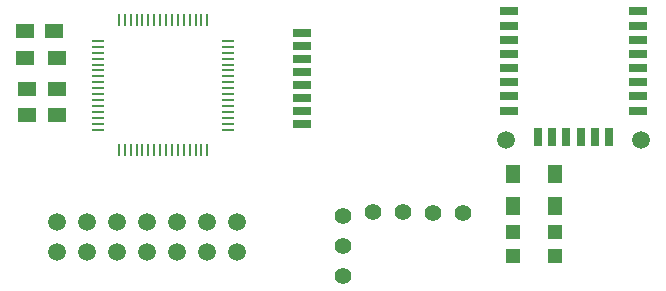
<source format=gts>
G04 #@! TF.FileFunction,Soldermask,Top*
%FSLAX46Y46*%
G04 Gerber Fmt 4.6, Leading zero omitted, Abs format (unit mm)*
G04 Created by KiCad (PCBNEW (2014-11-02 BZR 5250)-product) date 2/2/2015 7:49:39 PM*
%MOMM*%
G01*
G04 APERTURE LIST*
%ADD10C,0.100000*%
%ADD11R,1.500000X1.250000*%
%ADD12R,1.198880X1.198880*%
%ADD13C,1.397000*%
%ADD14R,1.500000X1.300000*%
%ADD15R,1.300000X1.500000*%
%ADD16R,1.000000X0.220000*%
%ADD17R,0.220000X1.000000*%
%ADD18C,1.500000*%
%ADD19R,1.500000X0.800000*%
%ADD20R,0.800000X1.500000*%
%ADD21R,1.500000X0.700000*%
%ADD22C,1.506220*%
G04 APERTURE END LIST*
D10*
D11*
X144023400Y-76250800D03*
X141523400Y-76250800D03*
X144226600Y-83362800D03*
X141726600Y-83362800D03*
X144226600Y-81178400D03*
X141726600Y-81178400D03*
D12*
X182854600Y-95321120D03*
X182854600Y-93223080D03*
X186461400Y-95321120D03*
X186461400Y-93223080D03*
D13*
X168447400Y-96956400D03*
X168447400Y-94416400D03*
X168457400Y-91876400D03*
D14*
X144225000Y-78486000D03*
X141525000Y-78486000D03*
D15*
X182854600Y-91037400D03*
X182854600Y-88337400D03*
X186461400Y-91037400D03*
X186461400Y-88337400D03*
D16*
X147738200Y-77072800D03*
X147738200Y-77572800D03*
X147738200Y-78072800D03*
X147738200Y-78572800D03*
X147738200Y-79072800D03*
X147738200Y-79572800D03*
X147738200Y-80072800D03*
X147738200Y-80572800D03*
X147738200Y-81072800D03*
X147738200Y-81572800D03*
X147738200Y-82072800D03*
X147738200Y-82572800D03*
X147738200Y-83072800D03*
X147738200Y-83572800D03*
X147738200Y-84072800D03*
X147738200Y-84572800D03*
D17*
X149488200Y-86322800D03*
X149988200Y-86322800D03*
X150488200Y-86322800D03*
X150988200Y-86322800D03*
X151488200Y-86322800D03*
X151988200Y-86322800D03*
X152488200Y-86322800D03*
X152988200Y-86322800D03*
X153488200Y-86322800D03*
X153988200Y-86322800D03*
X154488200Y-86322800D03*
X154988200Y-86322800D03*
X155488200Y-86322800D03*
X155988200Y-86322800D03*
X156488200Y-86322800D03*
X156988200Y-86322800D03*
D16*
X158738200Y-84572800D03*
X158738200Y-84072800D03*
X158738200Y-83572800D03*
X158738200Y-83072800D03*
X158738200Y-82572800D03*
X158738200Y-82072800D03*
X158738200Y-81572800D03*
X158738200Y-81072800D03*
X158738200Y-80572800D03*
X158738200Y-80072800D03*
X158738200Y-79572800D03*
X158738200Y-79072800D03*
X158738200Y-78572800D03*
X158738200Y-78072800D03*
X158738200Y-77572800D03*
X158738200Y-77072800D03*
D17*
X156988200Y-75322800D03*
X156488200Y-75322800D03*
X155988200Y-75322800D03*
X155488200Y-75322800D03*
X154988200Y-75322800D03*
X154488200Y-75322800D03*
X153988200Y-75322800D03*
X153488200Y-75322800D03*
X152988200Y-75322800D03*
X152488200Y-75322800D03*
X151988200Y-75322800D03*
X151488200Y-75322800D03*
X150988200Y-75322800D03*
X150488200Y-75322800D03*
X149988200Y-75322800D03*
X149488200Y-75322800D03*
D18*
X182235400Y-85467400D03*
D19*
X182485400Y-82967400D03*
X182485400Y-81767400D03*
X182485400Y-80567400D03*
X182485400Y-79367400D03*
X182485400Y-78167400D03*
X182485400Y-76967400D03*
X182485400Y-75767400D03*
X182485400Y-74567400D03*
X193485400Y-74567400D03*
X193485400Y-75767400D03*
X193485400Y-76967400D03*
X193485400Y-78167400D03*
X193485400Y-79367400D03*
X193485400Y-80567400D03*
X193485400Y-81767400D03*
X193485400Y-82967400D03*
D20*
X184985400Y-85217400D03*
X186185400Y-85217400D03*
X187385400Y-85217400D03*
X188585400Y-85217400D03*
X189785400Y-85217400D03*
X190985400Y-85217400D03*
D18*
X193735400Y-85467400D03*
D21*
X164979200Y-84098200D03*
X164979200Y-82998200D03*
X164979200Y-81898200D03*
X164979200Y-80798200D03*
X164979200Y-79698200D03*
X164979200Y-78598200D03*
X164979200Y-77498200D03*
X164979200Y-76398200D03*
D22*
X159496600Y-92406000D03*
X159496600Y-94946000D03*
X156956600Y-92406000D03*
X156956600Y-94946000D03*
X154416600Y-92406000D03*
X154416600Y-94946000D03*
X151876600Y-92406000D03*
X151876600Y-94946000D03*
X149336600Y-92406000D03*
X149336600Y-94946000D03*
X146796600Y-92406000D03*
X146796600Y-94946000D03*
X144256600Y-92406000D03*
X144256600Y-94946000D03*
D13*
X171013600Y-91587000D03*
X173553600Y-91587000D03*
X176093600Y-91597000D03*
X178633600Y-91597000D03*
M02*

</source>
